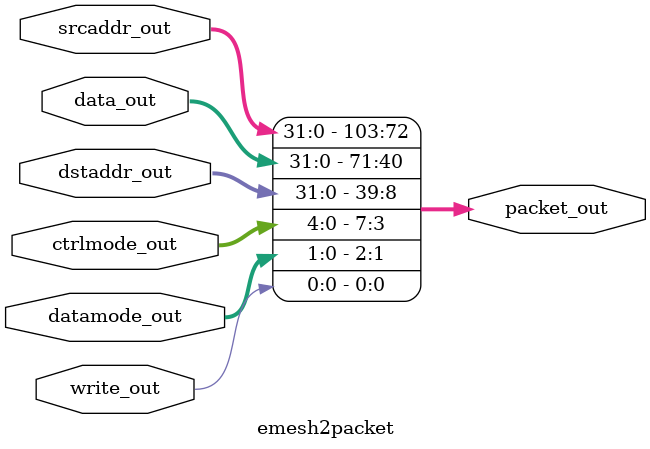
<source format=v>
module emesh2packet #(parameter AW = 32,   // address width 
		      parameter PW = 104)  // packet width
   (
    //Emesh signal bundle
    input 	    write_out, 
    input [1:0]     datamode_out,
    input [4:0]     ctrlmode_out,
    input [AW-1:0]  dstaddr_out,
    input [AW-1:0]  data_out, 
    input [AW-1:0]  srcaddr_out, 
    //Output packet
    output [PW-1:0] packet_out
    );
   
   // ---- FORMAT -----
   //
   // [0]  =write bit
   // [2:1]=datamode
   // [7:3]=ctrlmode
   // [39:8]=dstaddr(lo)
   //
   // ---- 32-BIT ADDRESS ----
   // [71:40]   data (lo)   | xxxx
   // [103:72]  srcaddr(lo) | data (hi)
   //
   // ---- 64-BIT ADDRESS ----
   // [71:40]   D0 | srcaddr(hi)
   // [103:72]  D1 | srcaddr(lo)
   // [135:104] dstaddr(hi)
   
   assign packet_out[0]       = write_out;   
   assign packet_out[2:1]     = datamode_out[1:0];
   assign packet_out[7:3]     = ctrlmode_out[4:0];
     

	   assign packet_out[39:8]    = dstaddr_out[31:0];
	   assign packet_out[71:40]   = data_out[31:0];
	   assign packet_out[103:72]  = srcaddr_out[31:0];
     
endmodule // emesh2packet


</source>
